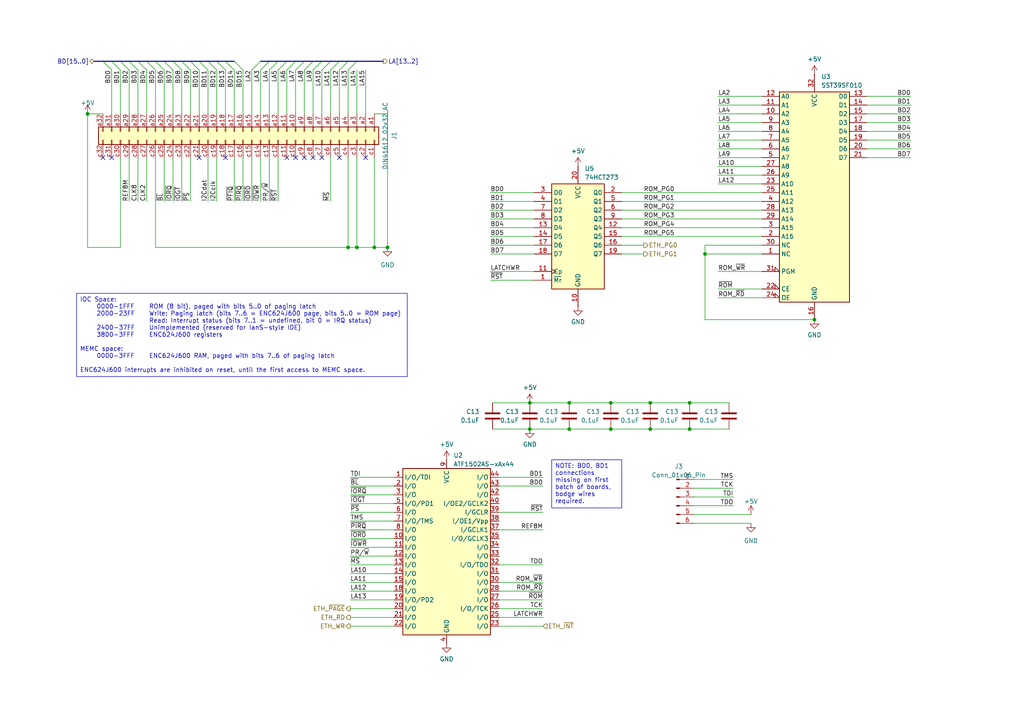
<source format=kicad_sch>
(kicad_sch (version 20250114) (generator "eeschema") (generator_version "9.0")
  (paper "A4")
  (title_block (title "EtherENC Prototype Card") (date "2025-10-23") (rev "0"))
  (lib_symbols
    (symbol "74xx:74LS273"
      (property "Reference" "U" (at -7.62 16.51 0))
      (property "Value" "74LS273" (at -7.62 -16.51 0))
      (symbol "74LS273_1_0"
        (pin input line (at -12.7 12.7 0) (length 5.08) (name "D0") (number "3"))
        (pin input line (at -12.7 10.16 0) (length 5.08) (name "D1") (number "4"))
        (pin input line (at -12.7 7.62 0) (length 5.08) (name "D2") (number "7"))
        (pin input line (at -12.7 5.08 0) (length 5.08) (name "D3") (number "8"))
        (pin input line (at -12.7 2.54 0) (length 5.08) (name "D4") (number "13"))
        (pin input line (at -12.7 0 0) (length 5.08) (name "D5") (number "14"))
        (pin input line (at -12.7 -2.54 0) (length 5.08) (name "D6") (number "17"))
        (pin input line (at -12.7 -5.08 0) (length 5.08) (name "D7") (number "18"))
        (pin input clock (at -12.7 -10.16 0) (length 5.08) (name "Cp") (number "11"))
        (pin input line (at -12.7 -12.7 0) (length 5.08) (name "~{Mr}") (number "1"))
        (pin power_in line (at 0 20.32 270) (length 5.08) (name "VCC") (number "20"))
        (pin power_in line (at 0 -20.32 90) (length 5.08) (name "GND") (number "10"))
        (pin output line (at 12.7 12.7 180) (length 5.08) (name "Q0") (number "2"))
        (pin output line (at 12.7 10.16 180) (length 5.08) (name "Q1") (number "5"))
        (pin output line (at 12.7 7.62 180) (length 5.08) (name "Q2") (number "6"))
        (pin output line (at 12.7 5.08 180) (length 5.08) (name "Q3") (number "9"))
        (pin output line (at 12.7 2.54 180) (length 5.08) (name "Q4") (number "12"))
        (pin output line (at 12.7 0 180) (length 5.08) (name "Q5") (number "15"))
        (pin output line (at 12.7 -2.54 180) (length 5.08) (name "Q6") (number "16"))
        (pin output line (at 12.7 -5.08 180) (length 5.08) (name "Q7") (number "19"))
      )
      (symbol "74LS273_1_1"
        (rectangle (start -7.62 15.24) (end 7.62 -15.24) (stroke (width 0.254)) (fill (type background)))
      )
    )
    (symbol "CPLD_Microchip:ATF1502AS-xAx44"
      (property "Reference" "U" (at -12.7 24.13 0))
      (property "Value" "ATF1502AS-xAx44" (at 12.7 24.13 0))
      (symbol "ATF1502AS-xAx44_0_1"
        (rectangle (start -12.7 22.86) (end 12.7 -25.4) (stroke (width 0.254)) (fill (type background)))
      )
      (symbol "ATF1502AS-xAx44_1_1"
        (pin bidirectional line (at -15.24 20.32 0) (length 2.54) (name "I/O/TDI") (number "1"))
        (pin bidirectional line (at -15.24 17.78 0) (length 2.54) (name "I/O") (number "2"))
        (pin bidirectional line (at -15.24 15.24 0) (length 2.54) (name "I/O") (number "3"))
        (pin bidirectional line (at -15.24 12.7 0) (length 2.54) (name "I/O/PD1") (number "5"))
        (pin bidirectional line (at -15.24 10.16 0) (length 2.54) (name "I/O") (number "6"))
        (pin bidirectional line (at -15.24 7.62 0) (length 2.54) (name "I/O/TMS") (number "7"))
        (pin bidirectional line (at -15.24 5.08 0) (length 2.54) (name "I/O") (number "8"))
        (pin bidirectional line (at -15.24 2.54 0) (length 2.54) (name "I/O") (number "10"))
        (pin bidirectional line (at -15.24 0 0) (length 2.54) (name "I/O") (number "11"))
        (pin bidirectional line (at -15.24 -2.54 0) (length 2.54) (name "I/O") (number "12"))
        (pin bidirectional line (at -15.24 -5.08 0) (length 2.54) (name "I/O") (number "13"))
        (pin bidirectional line (at -15.24 -7.62 0) (length 2.54) (name "I/O") (number "14"))
        (pin bidirectional line (at -15.24 -10.16 0) (length 2.54) (name "I/O") (number "15"))
        (pin bidirectional line (at -15.24 -12.7 0) (length 2.54) (name "I/O") (number "18"))
        (pin bidirectional line (at -15.24 -15.24 0) (length 2.54) (name "I/O/PD2") (number "19"))
        (pin bidirectional line (at -15.24 -17.78 0) (length 2.54) (name "I/O") (number "20"))
        (pin bidirectional line (at -15.24 -20.32 0) (length 2.54) (name "I/O") (number "21"))
        (pin bidirectional line (at -15.24 -22.86 0) (length 2.54) (name "I/O") (number "22"))
        (pin passive line (at 0 25.4 270) (length 2.54) (hide yes) (name "VCC") (number "17"))
        (pin passive line (at 0 25.4 270) (length 2.54) (hide yes) (name "VCC") (number "29"))
        (pin passive line (at 0 25.4 270) (length 2.54) (hide yes) (name "VCC") (number "41"))
        (pin power_in line (at 0 25.4 270) (length 2.54) (name "VCC") (number "9"))
        (pin passive line (at 0 -27.94 90) (length 2.54) (hide yes) (name "GND") (number "16"))
        (pin passive line (at 0 -27.94 90) (length 2.54) (hide yes) (name "GND") (number "24"))
        (pin passive line (at 0 -27.94 90) (length 2.54) (hide yes) (name "GND") (number "36"))
        (pin power_in line (at 0 -27.94 90) (length 2.54) (name "GND") (number "4"))
        (pin bidirectional line (at 15.24 20.32 180) (length 2.54) (name "I/O") (number "44"))
        (pin bidirectional line (at 15.24 17.78 180) (length 2.54) (name "I/O") (number "43"))
        (pin bidirectional line (at 15.24 15.24 180) (length 2.54) (name "I/O") (number "42"))
        (pin input line (at 15.24 12.7 180) (length 2.54) (name "I/OE2/GCLK2") (number "40"))
        (pin input line (at 15.24 10.16 180) (length 2.54) (name "I/GCLR") (number "39"))
        (pin input line (at 15.24 7.62 180) (length 2.54) (name "I/OE1/Vpp") (number "38"))
        (pin input line (at 15.24 5.08 180) (length 2.54) (name "I/GCLK1") (number "37"))
        (pin bidirectional line (at 15.24 2.54 180) (length 2.54) (name "I/O/GCLK3") (number "35"))
        (pin bidirectional line (at 15.24 0 180) (length 2.54) (name "I/O") (number "34"))
        (pin bidirectional line (at 15.24 -2.54 180) (length 2.54) (name "I/O") (number "33"))
        (pin bidirectional line (at 15.24 -5.08 180) (length 2.54) (name "I/O/TDO") (number "32"))
        (pin bidirectional line (at 15.24 -7.62 180) (length 2.54) (name "I/O") (number "31"))
        (pin bidirectional line (at 15.24 -10.16 180) (length 2.54) (name "I/O") (number "30"))
        (pin bidirectional line (at 15.24 -12.7 180) (length 2.54) (name "I/O") (number "28"))
        (pin bidirectional line (at 15.24 -15.24 180) (length 2.54) (name "I/O") (number "27"))
        (pin bidirectional line (at 15.24 -17.78 180) (length 2.54) (name "I/O/TCK") (number "26"))
        (pin bidirectional line (at 15.24 -20.32 180) (length 2.54) (name "I/O") (number "25"))
        (pin bidirectional line (at 15.24 -22.86 180) (length 2.54) (name "I/O") (number "23"))
      )
    )
    (symbol "Connector:Conn_01x06_Pin" (pin_names (offset 1.016) (hide yes))
      (property "Reference" "J" (at 0 7.62 0))
      (property "Value" "Conn_01x06_Pin" (at 0 -10.16 0))
      (symbol "Conn_01x06_Pin_1_1"
        (rectangle (start 0.8636 5.207) (end 0 4.953) (stroke (width 0.1524)) (fill (type outline)))
        (rectangle (start 0.8636 2.667) (end 0 2.413) (stroke (width 0.1524)) (fill (type outline)))
        (rectangle (start 0.8636 0.127) (end 0 -0.127) (stroke (width 0.1524)) (fill (type outline)))
        (rectangle (start 0.8636 -2.413) (end 0 -2.667) (stroke (width 0.1524)) (fill (type outline)))
        (rectangle (start 0.8636 -4.953) (end 0 -5.207) (stroke (width 0.1524)) (fill (type outline)))
        (rectangle (start 0.8636 -7.493) (end 0 -7.747) (stroke (width 0.1524)) (fill (type outline)))
        (polyline (pts (xy 1.27 5.08) (xy 0.8636 5.08)) (stroke (width 0.1524)))
        (polyline (pts (xy 1.27 2.54) (xy 0.8636 2.54)) (stroke (width 0.1524)))
        (polyline (pts (xy 1.27 0) (xy 0.8636 0)) (stroke (width 0.1524)))
        (polyline (pts (xy 1.27 -2.54) (xy 0.8636 -2.54)) (stroke (width 0.1524)))
        (polyline (pts (xy 1.27 -5.08) (xy 0.8636 -5.08)) (stroke (width 0.1524)))
        (polyline (pts (xy 1.27 -7.62) (xy 0.8636 -7.62)) (stroke (width 0.1524)))
        (pin passive line (at 5.08 5.08 180) (length 3.81) (name "Pin_1") (number "1"))
        (pin passive line (at 5.08 2.54 180) (length 3.81) (name "Pin_2") (number "2"))
        (pin passive line (at 5.08 0 180) (length 3.81) (name "Pin_3") (number "3"))
        (pin passive line (at 5.08 -2.54 180) (length 3.81) (name "Pin_4") (number "4"))
        (pin passive line (at 5.08 -5.08 180) (length 3.81) (name "Pin_5") (number "5"))
        (pin passive line (at 5.08 -7.62 180) (length 3.81) (name "Pin_6") (number "6"))
      )
    )
    (symbol "Connector:DIN41612_02x32_AC" (pin_names (offset 1.016) (hide yes))
      (property "Reference" "J" (at 1.27 40.64 0))
      (property "Value" "DIN41612_02x32_AC" (at 1.27 -43.18 0))
      (symbol "DIN41612_02x32_AC_1_1"
        (rectangle (start -1.27 39.37) (end 3.81 -41.91) (stroke (width 0.254)) (fill (type background)))
        (rectangle (start -1.27 38.227) (end 0 37.973) (stroke (width 0.1524)))
        (rectangle (start -1.27 35.687) (end 0 35.433) (stroke (width 0.1524)))
        (rectangle (start -1.27 33.147) (end 0 32.893) (stroke (width 0.1524)))
        (rectangle (start -1.27 30.607) (end 0 30.353) (stroke (width 0.1524)))
        (rectangle (start -1.27 28.067) (end 0 27.813) (stroke (width 0.1524)))
        (rectangle (start -1.27 25.527) (end 0 25.273) (stroke (width 0.1524)))
        (rectangle (start -1.27 22.987) (end 0 22.733) (stroke (width 0.1524)))
        (rectangle (start -1.27 20.447) (end 0 20.193) (stroke (width 0.1524)))
        (rectangle (start -1.27 17.907) (end 0 17.653) (stroke (width 0.1524)))
        (rectangle (start -1.27 15.367) (end 0 15.113) (stroke (width 0.1524)))
        (rectangle (start -1.27 12.827) (end 0 12.573) (stroke (width 0.1524)))
        (rectangle (start -1.27 10.287) (end 0 10.033) (stroke (width 0.1524)))
        (rectangle (start -1.27 7.747) (end 0 7.493) (stroke (width 0.1524)))
        (rectangle (start -1.27 5.207) (end 0 4.953) (stroke (width 0.1524)))
        (rectangle (start -1.27 2.667) (end 0 2.413) (stroke (width 0.1524)))
        (rectangle (start -1.27 0.127) (end 0 -0.127) (stroke (width 0.1524)))
        (rectangle (start -1.27 -2.413) (end 0 -2.667) (stroke (width 0.1524)))
        (rectangle (start -1.27 -4.953) (end 0 -5.207) (stroke (width 0.1524)))
        (rectangle (start -1.27 -7.493) (end 0 -7.747) (stroke (width 0.1524)))
        (rectangle (start -1.27 -10.033) (end 0 -10.287) (stroke (width 0.1524)))
        (rectangle (start -1.27 -12.573) (end 0 -12.827) (stroke (width 0.1524)))
        (rectangle (start -1.27 -15.113) (end 0 -15.367) (stroke (width 0.1524)))
        (rectangle (start -1.27 -17.653) (end 0 -17.907) (stroke (width 0.1524)))
        (rectangle (start -1.27 -20.193) (end 0 -20.447) (stroke (width 0.1524)))
        (rectangle (start -1.27 -22.733) (end 0 -22.987) (stroke (width 0.1524)))
        (rectangle (start -1.27 -25.273) (end 0 -25.527) (stroke (width 0.1524)))
        (rectangle (start -1.27 -27.813) (end 0 -28.067) (stroke (width 0.1524)))
        (rectangle (start -1.27 -30.353) (end 0 -30.607) (stroke (width 0.1524)))
        (rectangle (start -1.27 -32.893) (end 0 -33.147) (stroke (width 0.1524)))
        (rectangle (start -1.27 -35.433) (end 0 -35.687) (stroke (width 0.1524)))
        (rectangle (start -1.27 -37.973) (end 0 -38.227) (stroke (width 0.1524)))
        (rectangle (start -1.27 -40.513) (end 0 -40.767) (stroke (width 0.1524)))
        (rectangle (start 3.81 38.227) (end 2.54 37.973) (stroke (width 0.1524)))
        (rectangle (start 3.81 35.687) (end 2.54 35.433) (stroke (width 0.1524)))
        (rectangle (start 3.81 33.147) (end 2.54 32.893) (stroke (width 0.1524)))
        (rectangle (start 3.81 30.607) (end 2.54 30.353) (stroke (width 0.1524)))
        (rectangle (start 3.81 28.067) (end 2.54 27.813) (stroke (width 0.1524)))
        (rectangle (start 3.81 25.527) (end 2.54 25.273) (stroke (width 0.1524)))
        (rectangle (start 3.81 22.987) (end 2.54 22.733) (stroke (width 0.1524)))
        (rectangle (start 3.81 20.447) (end 2.54 20.193) (stroke (width 0.1524)))
        (rectangle (start 3.81 17.907) (end 2.54 17.653) (stroke (width 0.1524)))
        (rectangle (start 3.81 15.367) (end 2.54 15.113) (stroke (width 0.1524)))
        (rectangle (start 3.81 12.827) (end 2.54 12.573) (stroke (width 0.1524)))
        (rectangle (start 3.81 10.287) (end 2.54 10.033) (stroke (width 0.1524)))
        (rectangle (start 3.81 7.747) (end 2.54 7.493) (stroke (width 0.1524)))
        (rectangle (start 3.81 5.207) (end 2.54 4.953) (stroke (width 0.1524)))
        (rectangle (start 3.81 2.667) (end 2.54 2.413) (stroke (width 0.1524)))
        (rectangle (start 3.81 0.127) (end 2.54 -0.127) (stroke (width 0.1524)))
        (rectangle (start 3.81 -2.413) (end 2.54 -2.667) (stroke (width 0.1524)))
        (rectangle (start 3.81 -4.953) (end 2.54 -5.207) (stroke (width 0.1524)))
        (rectangle (start 3.81 -7.493) (end 2.54 -7.747) (stroke (width 0.1524)))
        (rectangle (start 3.81 -10.033) (end 2.54 -10.287) (stroke (width 0.1524)))
        (rectangle (start 3.81 -12.573) (end 2.54 -12.827) (stroke (width 0.1524)))
        (rectangle (start 3.81 -15.113) (end 2.54 -15.367) (stroke (width 0.1524)))
        (rectangle (start 3.81 -17.653) (end 2.54 -17.907) (stroke (width 0.1524)))
        (rectangle (start 3.81 -20.193) (end 2.54 -20.447) (stroke (width 0.1524)))
        (rectangle (start 3.81 -22.733) (end 2.54 -22.987) (stroke (width 0.1524)))
        (rectangle (start 3.81 -25.273) (end 2.54 -25.527) (stroke (width 0.1524)))
        (rectangle (start 3.81 -27.813) (end 2.54 -28.067) (stroke (width 0.1524)))
        (rectangle (start 3.81 -30.353) (end 2.54 -30.607) (stroke (width 0.1524)))
        (rectangle (start 3.81 -32.893) (end 2.54 -33.147) (stroke (width 0.1524)))
        (rectangle (start 3.81 -35.433) (end 2.54 -35.687) (stroke (width 0.1524)))
        (rectangle (start 3.81 -37.973) (end 2.54 -38.227) (stroke (width 0.1524)))
        (rectangle (start 3.81 -40.513) (end 2.54 -40.767) (stroke (width 0.1524)))
        (pin passive line (at -5.08 38.1 0) (length 3.81) (name "Pin_a1") (number "a1"))
        (pin passive line (at -5.08 35.56 0) (length 3.81) (name "Pin_a2") (number "a2"))
        (pin passive line (at -5.08 33.02 0) (length 3.81) (name "Pin_a3") (number "a3"))
        (pin passive line (at -5.08 30.48 0) (length 3.81) (name "Pin_a4") (number "a4"))
        (pin passive line (at -5.08 27.94 0) (length 3.81) (name "Pin_a5") (number "a5"))
        (pin passive line (at -5.08 25.4 0) (length 3.81) (name "Pin_a6") (number "a6"))
        (pin passive line (at -5.08 22.86 0) (length 3.81) (name "Pin_a7") (number "a7"))
        (pin passive line (at -5.08 20.32 0) (length 3.81) (name "Pin_a8") (number "a8"))
        (pin passive line (at -5.08 17.78 0) (length 3.81) (name "Pin_a9") (number "a9"))
        (pin passive line (at -5.08 15.24 0) (length 3.81) (name "Pin_a10") (number "a10"))
        (pin passive line (at -5.08 12.7 0) (length 3.81) (name "Pin_a11") (number "a11"))
        (pin passive line (at -5.08 10.16 0) (length 3.81) (name "Pin_a12") (number "a12"))
        (pin passive line (at -5.08 7.62 0) (length 3.81) (name "Pin_a13") (number "a13"))
        (pin passive line (at -5.08 5.08 0) (length 3.81) (name "Pin_a14") (number "a14"))
        (pin passive line (at -5.08 2.54 0) (length 3.81) (name "Pin_a15") (number "a15"))
        (pin passive line (at -5.08 0 0) (length 3.81) (name "Pin_a16") (number "a16"))
        (pin passive line (at -5.08 -2.54 0) (length 3.81) (name "Pin_a17") (number "a17"))
        (pin passive line (at -5.08 -5.08 0) (length 3.81) (name "Pin_a18") (number "a18"))
        (pin passive line (at -5.08 -7.62 0) (length 3.81) (name "Pin_a19") (number "a19"))
        (pin passive line (at -5.08 -10.16 0) (length 3.81) (name "Pin_a20") (number "a20"))
        (pin passive line (at -5.08 -12.7 0) (length 3.81) (name "Pin_a21") (number "a21"))
        (pin passive line (at -5.08 -15.24 0) (length 3.81) (name "Pin_a22") (number "a22"))
        (pin passive line (at -5.08 -17.78 0) (length 3.81) (name "Pin_a23") (number "a23"))
        (pin passive line (at -5.08 -20.32 0) (length 3.81) (name "Pin_a24") (number "a24"))
        (pin passive line (at -5.08 -22.86 0) (length 3.81) (name "Pin_a25") (number "a25"))
        (pin passive line (at -5.08 -25.4 0) (length 3.81) (name "Pin_a26") (number "a26"))
        (pin passive line (at -5.08 -27.94 0) (length 3.81) (name "Pin_a27") (number "a27"))
        (pin passive line (at -5.08 -30.48 0) (length 3.81) (name "Pin_a28") (number "a28"))
        (pin passive line (at -5.08 -33.02 0) (length 3.81) (name "Pin_a29") (number "a29"))
        (pin passive line (at -5.08 -35.56 0) (length 3.81) (name "Pin_a30") (number "a30"))
        (pin passive line (at -5.08 -38.1 0) (length 3.81) (name "Pin_a31") (number "a31"))
        (pin passive line (at -5.08 -40.64 0) (length 3.81) (name "Pin_a32") (number "a32"))
        (pin passive line (at 7.62 38.1 180) (length 3.81) (name "Pin_c1") (number "c1"))
        (pin passive line (at 7.62 35.56 180) (length 3.81) (name "Pin_c2") (number "c2"))
        (pin passive line (at 7.62 33.02 180) (length 3.81) (name "Pin_c3") (number "c3"))
        (pin passive line (at 7.62 30.48 180) (length 3.81) (name "Pin_c4") (number "c4"))
        (pin passive line (at 7.62 27.94 180) (length 3.81) (name "Pin_c5") (number "c5"))
        (pin passive line (at 7.62 25.4 180) (length 3.81) (name "Pin_c6") (number "c6"))
        (pin passive line (at 7.62 22.86 180) (length 3.81) (name "Pin_c7") (number "c7"))
        (pin passive line (at 7.62 20.32 180) (length 3.81) (name "Pin_c8") (number "c8"))
        (pin passive line (at 7.62 17.78 180) (length 3.81) (name "Pin_c9") (number "c9"))
        (pin passive line (at 7.62 15.24 180) (length 3.81) (name "Pin_c10") (number "c10"))
        (pin passive line (at 7.62 12.7 180) (length 3.81) (name "Pin_c11") (number "c11"))
        (pin passive line (at 7.62 10.16 180) (length 3.81) (name "Pin_c12") (number "c12"))
        (pin passive line (at 7.62 7.62 180) (length 3.81) (name "Pin_c13") (number "c13"))
        (pin passive line (at 7.62 5.08 180) (length 3.81) (name "Pin_c14") (number "c14"))
        (pin passive line (at 7.62 2.54 180) (length 3.81) (name "Pin_c15") (number "c15"))
        (pin passive line (at 7.62 0 180) (length 3.81) (name "Pin_c16") (number "c16"))
        (pin passive line (at 7.62 -2.54 180) (length 3.81) (name "Pin_c17") (number "c17"))
        (pin passive line (at 7.62 -5.08 180) (length 3.81) (name "Pin_c18") (number "c18"))
        (pin passive line (at 7.62 -7.62 180) (length 3.81) (name "Pin_c19") (number "c19"))
        (pin passive line (at 7.62 -10.16 180) (length 3.81) (name "Pin_c20") (number "c20"))
        (pin passive line (at 7.62 -12.7 180) (length 3.81) (name "Pin_c21") (number "c21"))
        (pin passive line (at 7.62 -15.24 180) (length 3.81) (name "Pin_c22") (number "c22"))
        (pin passive line (at 7.62 -17.78 180) (length 3.81) (name "Pin_c23") (number "c23"))
        (pin passive line (at 7.62 -20.32 180) (length 3.81) (name "Pin_c24") (number "c24"))
        (pin passive line (at 7.62 -22.86 180) (length 3.81) (name "Pin_c25") (number "c25"))
        (pin passive line (at 7.62 -25.4 180) (length 3.81) (name "Pin_c26") (number "c26"))
        (pin passive line (at 7.62 -27.94 180) (length 3.81) (name "Pin_c27") (number "c27"))
        (pin passive line (at 7.62 -30.48 180) (length 3.81) (name "Pin_c28") (number "c28"))
        (pin passive line (at 7.62 -33.02 180) (length 3.81) (name "Pin_c29") (number "c29"))
        (pin passive line (at 7.62 -35.56 180) (length 3.81) (name "Pin_c30") (number "c30"))
        (pin passive line (at 7.62 -38.1 180) (length 3.81) (name "Pin_c31") (number "c31"))
        (pin passive line (at 7.62 -40.64 180) (length 3.81) (name "Pin_c32") (number "c32"))
      )
    )
    (symbol "Device:C" (pin_numbers (hide yes)) (pin_names (offset 0.254))
      (property "Reference" "C" (at 0.635 2.54 0))
      (property "Value" "C" (at 0.635 -2.54 0))
      (symbol "C_0_1"
        (polyline (pts (xy -2.032 0.762) (xy 2.032 0.762)) (stroke (width 0.508)))
        (polyline (pts (xy -2.032 -0.762) (xy 2.032 -0.762)) (stroke (width 0.508)))
      )
      (symbol "C_1_1"
        (pin passive line (at 0 3.81 270) (length 2.794) (name "~") (number "1"))
        (pin passive line (at 0 -3.81 90) (length 2.794) (name "~") (number "2"))
      )
    )
    (symbol "Memory_Flash:SST39SF010"
      (property "Reference" "U" (at 2.54 33.02 0))
      (property "Value" "SST39SF010" (at 0 -30.48 0))
      (symbol "SST39SF010_0_0"
        (pin power_in line (at 0 36.83 270) (length 5.08) (name "VCC") (number "32"))
        (pin power_in line (at 0 -34.29 90) (length 5.08) (name "GND") (number "16"))
      )
      (symbol "SST39SF010_0_1"
        (rectangle (start -10.16 31.75) (end 10.16 -29.21) (stroke (width 0.254)) (fill (type background)))
      )
      (symbol "SST39SF010_1_1"
        (pin input line (at -15.24 30.48 0) (length 5.08) (name "A0") (number "12"))
        (pin input line (at -15.24 27.94 0) (length 5.08) (name "A1") (number "11"))
        (pin input line (at -15.24 25.4 0) (length 5.08) (name "A2") (number "10"))
        (pin input line (at -15.24 22.86 0) (length 5.08) (name "A3") (number "9"))
        (pin input line (at -15.24 20.32 0) (length 5.08) (name "A4") (number "8"))
        (pin input line (at -15.24 17.78 0) (length 5.08) (name "A5") (number "7"))
        (pin input line (at -15.24 15.24 0) (length 5.08) (name "A6") (number "6"))
        (pin input line (at -15.24 12.7 0) (length 5.08) (name "A7") (number "5"))
        (pin input line (at -15.24 10.16 0) (length 5.08) (name "A8") (number "27"))
        (pin input line (at -15.24 7.62 0) (length 5.08) (name "A9") (number "26"))
        (pin input line (at -15.24 5.08 0) (length 5.08) (name "A10") (number "23"))
        (pin input line (at -15.24 2.54 0) (length 5.08) (name "A11") (number "25"))
        (pin input line (at -15.24 0 0) (length 5.08) (name "A12") (number "4"))
        (pin input line (at -15.24 -2.54 0) (length 5.08) (name "A13") (number "28"))
        (pin input line (at -15.24 -5.08 0) (length 5.08) (name "A14") (number "29"))
        (pin input line (at -15.24 -7.62 0) (length 5.08) (name "A15") (number "3"))
        (pin input line (at -15.24 -10.16 0) (length 5.08) (name "A16") (number "2"))
        (pin input line (at -15.24 -12.7 0) (length 5.08) (name "NC") (number "30"))
        (pin input line (at -15.24 -15.24 0) (length 5.08) (name "NC") (number "1"))
        (pin input input_low (at -15.24 -20.32 0) (length 5.08) (name "PGM") (number "31"))
        (pin input input_low (at -15.24 -25.4 0) (length 5.08) (name "CE") (number "22"))
        (pin input input_low (at -15.24 -27.94 0) (length 5.08) (name "OE") (number "24"))
        (pin tri_state line (at 15.24 30.48 180) (length 5.08) (name "D0") (number "13"))
        (pin tri_state line (at 15.24 27.94 180) (length 5.08) (name "D1") (number "14"))
        (pin tri_state line (at 15.24 25.4 180) (length 5.08) (name "D2") (number "15"))
        (pin tri_state line (at 15.24 22.86 180) (length 5.08) (name "D3") (number "17"))
        (pin tri_state line (at 15.24 20.32 180) (length 5.08) (name "D4") (number "18"))
        (pin tri_state line (at 15.24 17.78 180) (length 5.08) (name "D5") (number "19"))
        (pin tri_state line (at 15.24 15.24 180) (length 5.08) (name "D6") (number "20"))
        (pin tri_state line (at 15.24 12.7 180) (length 5.08) (name "D7") (number "21"))
      )
    )
    (symbol "power:+5V" (power) (pin_numbers (hide yes)) (pin_names (offset 0) (hide yes))
      (property "Value" "+5V" (at 0 3.556 0))
      (symbol "+5V_0_1"
        (polyline (pts (xy -0.762 1.27) (xy 0 2.54)))
        (polyline (pts (xy 0 2.54) (xy 0.762 1.27)))
        (polyline (pts (xy 0 0) (xy 0 2.54)))
      )
      (symbol "+5V_1_1"
        (pin power_in line (at 0 0 90) (length 0) (name "~") (number "1"))
      )
    )
    (symbol "power:GND" (power) (pin_numbers (hide yes)) (pin_names (offset 0) (hide yes))
      (property "Value" "GND" (at 0 -3.81 0))
      (symbol "GND_0_1"
        (polyline (pts (xy 0 0) (xy 0 -1.27) (xy 1.27 -1.27) (xy 0 -2.54) (xy -1.27 -1.27) (xy 0 -1.27)))
      )
      (symbol "GND_1_1"
        (pin power_in line (at 0 0 270) (length 0) (name "~") (number "1"))
      )
    )
  )
  (text_box "NOTE: BD0, BD1 connections missing on first batch of boards, bodge wires required." (at 160.02 133.35 0) (size 20.32 13.97) (margins 0.9525 0.9525 0.9525 0.9525) (effects (font (size 1.27 1.27)) (justify left top)))
  (text_box "IOC Space:\n	0000-1FFF	ROM (8 bit), paged with bits 5..0 of paging latch\n	2000-23FF	Write: Paging latch (bits 7..6 = ENC624J600 page, bits 5..0 = ROM page)\n				Read: Interrupt status (bits 7..1 = undefined, bit 0 = IRQ status)\n	2400-37FF	Unimplemented (reserved for IanS-style IDE)\n	3800-3FFF	ENC624J600 registers\n\nMEMC space:\n	0000-3FFF	ENC624J600 RAM, paged with bits 7..6 of paging latch\n\nENC624J600 interrupts are inhibited on reset, until the first access to MEMC space." (at 22.225 85.09 0) (size 95.885 24.13) (margins 0.9525 0.9525 0.9525 0.9525) (effects (font (size 1.27 1.27)) (justify left top)))
  (junction (at 200.025 124.46))
  (junction (at 165.1 124.46))
  (junction (at 165.1 116.84))
  (junction (at 103.505 71.755))
  (junction (at 188.595 116.84))
  (junction (at 177.165 116.84))
  (junction (at 112.395 71.755))
  (junction (at 25.4 33.02))
  (junction (at 236.22 92.71))
  (junction (at 177.165 124.46))
  (junction (at 108.585 71.755))
  (junction (at 204.47 73.66))
  (junction (at 153.67 124.46))
  (junction (at 200.025 116.84))
  (junction (at 153.67 116.84))
  (junction (at 188.595 124.46))
  (junction (at 100.965 71.755))
  (no_connect (at 83.185 45.72))
  (no_connect (at 32.385 45.72))
  (no_connect (at 93.345 45.72))
  (no_connect (at 65.405 45.72))
  (no_connect (at 98.425 45.72))
  (no_connect (at 29.845 45.72))
  (no_connect (at 88.265 45.72))
  (no_connect (at 90.805 45.72))
  (no_connect (at 57.785 45.72))
  (no_connect (at 106.045 45.72))
  (no_connect (at 85.725 45.72))
  (bus_entry (at 55.245 17.78) (size 2.54 2.54))
  (bus_entry (at 67.945 17.78) (size 2.54 2.54))
  (bus_entry (at 52.705 17.78) (size 2.54 2.54))
  (bus_entry (at 50.165 17.78) (size 2.54 2.54))
  (bus_entry (at 29.845 17.78) (size 2.54 2.54))
  (bus_entry (at 42.545 17.78) (size 2.54 2.54))
  (bus_entry (at 80.645 17.78) (size -2.54 2.54))
  (bus_entry (at 100.965 17.78) (size -2.54 2.54))
  (bus_entry (at 65.405 17.78) (size 2.54 2.54))
  (bus_entry (at 78.105 17.78) (size -2.54 2.54))
  (bus_entry (at 34.925 17.78) (size 2.54 2.54))
  (bus_entry (at 103.505 17.78) (size -2.54 2.54))
  (bus_entry (at 60.325 17.78) (size 2.54 2.54))
  (bus_entry (at 62.865 17.78) (size 2.54 2.54))
  (bus_entry (at 37.465 17.78) (size 2.54 2.54))
  (bus_entry (at 32.385 17.78) (size 2.54 2.54))
  (bus_entry (at 85.725 17.78) (size -2.54 2.54))
  (bus_entry (at 88.265 17.78) (size -2.54 2.54))
  (bus_entry (at 57.785 17.78) (size 2.54 2.54))
  (bus_entry (at 75.565 17.78) (size -2.54 2.54))
  (bus_entry (at 47.625 17.78) (size 2.54 2.54))
  (bus_entry (at 93.345 17.78) (size -2.54 2.54))
  (bus_entry (at 45.085 17.78) (size 2.54 2.54))
  (bus_entry (at 98.425 17.78) (size -2.54 2.54))
  (bus_entry (at 95.885 17.78) (size -2.54 2.54))
  (bus_entry (at 90.805 17.78) (size -2.54 2.54))
  (bus_entry (at 40.005 17.78) (size 2.54 2.54))
  (bus_entry (at 83.185 17.78) (size -2.54 2.54))
  (wire (pts (xy 204.47 92.71) (xy 204.47 73.66)))
  (wire (pts (xy 142.24 58.42) (xy 154.94 58.42)))
  (wire (pts (xy 101.6 166.37) (xy 114.3 166.37)))
  (wire (pts (xy 212.725 139.065) (xy 201.295 139.065)))
  (wire (pts (xy 103.505 71.755) (xy 100.965 71.755)))
  (wire (pts (xy 220.98 86.36) (xy 208.28 86.36)))
  (bus (pts (xy 88.265 17.78) (xy 85.725 17.78)))
  (wire (pts (xy 144.78 138.43) (xy 157.48 138.43)))
  (wire (pts (xy 52.705 45.72) (xy 52.705 58.42)))
  (wire (pts (xy 50.165 45.72) (xy 50.165 58.42)))
  (wire (pts (xy 142.24 66.04) (xy 154.94 66.04)))
  (bus (pts (xy 57.785 17.78) (xy 60.325 17.78)))
  (wire (pts (xy 114.3 148.59) (xy 101.6 148.59)))
  (wire (pts (xy 103.505 45.72) (xy 103.505 71.755)))
  (wire (pts (xy 42.545 20.32) (xy 42.545 33.02)))
  (wire (pts (xy 101.6 171.45) (xy 114.3 171.45)))
  (wire (pts (xy 217.805 149.225) (xy 201.295 149.225)))
  (bus (pts (xy 65.405 17.78) (xy 67.945 17.78)))
  (wire (pts (xy 157.48 163.83) (xy 144.78 163.83)))
  (wire (pts (xy 177.165 124.46) (xy 188.595 124.46)))
  (wire (pts (xy 144.78 173.99) (xy 157.48 173.99)))
  (bus (pts (xy 90.805 17.78) (xy 88.265 17.78)))
  (wire (pts (xy 70.485 20.32) (xy 70.485 33.02)))
  (wire (pts (xy 100.965 45.72) (xy 100.965 71.755)))
  (wire (pts (xy 80.645 20.32) (xy 80.645 33.02)))
  (wire (pts (xy 165.1 124.46) (xy 177.165 124.46)))
  (wire (pts (xy 78.105 45.72) (xy 78.105 58.42)))
  (wire (pts (xy 114.3 151.13) (xy 101.6 151.13)))
  (wire (pts (xy 180.34 66.04) (xy 220.98 66.04)))
  (wire (pts (xy 42.545 45.72) (xy 42.545 58.42)))
  (wire (pts (xy 142.24 68.58) (xy 154.94 68.58)))
  (wire (pts (xy 85.725 20.32) (xy 85.725 33.02)))
  (wire (pts (xy 101.6 146.05) (xy 114.3 146.05)))
  (wire (pts (xy 208.28 45.72) (xy 220.98 45.72)))
  (wire (pts (xy 180.34 58.42) (xy 220.98 58.42)))
  (wire (pts (xy 208.28 53.34) (xy 220.98 53.34)))
  (wire (pts (xy 101.6 176.53) (xy 114.3 176.53)))
  (wire (pts (xy 208.28 33.02) (xy 220.98 33.02)))
  (wire (pts (xy 142.875 116.84) (xy 153.67 116.84)))
  (wire (pts (xy 101.6 168.91) (xy 114.3 168.91)))
  (bus (pts (xy 47.625 17.78) (xy 50.165 17.78)))
  (wire (pts (xy 188.595 116.84) (xy 200.025 116.84)))
  (wire (pts (xy 108.585 71.755) (xy 103.505 71.755)))
  (wire (pts (xy 208.28 48.26) (xy 220.98 48.26)))
  (wire (pts (xy 142.24 63.5) (xy 154.94 63.5)))
  (wire (pts (xy 180.34 60.96) (xy 220.98 60.96)))
  (wire (pts (xy 208.28 38.1) (xy 220.98 38.1)))
  (wire (pts (xy 55.245 20.32) (xy 55.245 33.02)))
  (wire (pts (xy 40.005 45.72) (xy 40.005 58.42)))
  (wire (pts (xy 57.785 20.32) (xy 57.785 33.02)))
  (wire (pts (xy 25.4 71.755) (xy 34.925 71.755)))
  (wire (pts (xy 264.16 35.56) (xy 251.46 35.56)))
  (bus (pts (xy 42.545 17.78) (xy 45.085 17.78)))
  (wire (pts (xy 142.24 55.88) (xy 154.94 55.88)))
  (wire (pts (xy 37.465 45.72) (xy 37.465 58.42)))
  (wire (pts (xy 200.025 116.84) (xy 211.455 116.84)))
  (bus (pts (xy 34.925 17.78) (xy 37.465 17.78)))
  (wire (pts (xy 212.725 144.145) (xy 201.295 144.145)))
  (bus (pts (xy 27.305 17.78) (xy 29.845 17.78)))
  (bus (pts (xy 60.325 17.78) (xy 62.865 17.78)))
  (wire (pts (xy 67.945 45.72) (xy 67.945 58.42)))
  (wire (pts (xy 264.16 38.1) (xy 251.46 38.1)))
  (wire (pts (xy 114.3 143.51) (xy 101.6 143.51)))
  (wire (pts (xy 157.48 176.53) (xy 144.78 176.53)))
  (wire (pts (xy 180.34 71.12) (xy 186.69 71.12)))
  (wire (pts (xy 208.28 27.94) (xy 220.98 27.94)))
  (wire (pts (xy 114.3 173.99) (xy 101.6 173.99)))
  (bus (pts (xy 45.085 17.78) (xy 47.625 17.78)))
  (wire (pts (xy 73.025 45.72) (xy 73.025 58.42)))
  (wire (pts (xy 80.645 45.72) (xy 80.645 58.42)))
  (wire (pts (xy 95.885 20.32) (xy 95.885 33.02)))
  (bus (pts (xy 93.345 17.78) (xy 90.805 17.78)))
  (wire (pts (xy 264.16 27.94) (xy 251.46 27.94)))
  (wire (pts (xy 47.625 45.72) (xy 47.625 58.42)))
  (wire (pts (xy 106.045 20.32) (xy 106.045 33.02)))
  (wire (pts (xy 204.47 71.12) (xy 220.98 71.12)))
  (wire (pts (xy 208.28 40.64) (xy 220.98 40.64)))
  (bus (pts (xy 85.725 17.78) (xy 83.185 17.78)))
  (wire (pts (xy 100.965 20.32) (xy 100.965 33.02)))
  (wire (pts (xy 29.845 33.02) (xy 25.4 33.02)))
  (wire (pts (xy 108.585 45.72) (xy 108.585 71.755)))
  (wire (pts (xy 65.405 20.32) (xy 65.405 33.02)))
  (wire (pts (xy 204.47 71.12) (xy 204.47 73.66)))
  (wire (pts (xy 101.6 181.61) (xy 114.3 181.61)))
  (bus (pts (xy 98.425 17.78) (xy 95.885 17.78)))
  (wire (pts (xy 108.585 33.02) (xy 112.395 33.02)))
  (bus (pts (xy 100.965 17.78) (xy 98.425 17.78)))
  (wire (pts (xy 201.295 141.605) (xy 212.725 141.605)))
  (wire (pts (xy 220.98 78.74) (xy 208.28 78.74)))
  (wire (pts (xy 88.265 20.32) (xy 88.265 33.02)))
  (wire (pts (xy 142.875 124.46) (xy 153.67 124.46)))
  (wire (pts (xy 264.16 30.48) (xy 251.46 30.48)))
  (wire (pts (xy 165.1 116.84) (xy 177.165 116.84)))
  (wire (pts (xy 114.3 138.43) (xy 101.6 138.43)))
  (wire (pts (xy 62.865 20.32) (xy 62.865 33.02)))
  (wire (pts (xy 114.3 153.67) (xy 101.6 153.67)))
  (wire (pts (xy 154.94 81.28) (xy 142.24 81.28)))
  (wire (pts (xy 101.6 179.07) (xy 114.3 179.07)))
  (bus (pts (xy 40.005 17.78) (xy 42.545 17.78)))
  (wire (pts (xy 208.28 30.48) (xy 220.98 30.48)))
  (bus (pts (xy 103.505 17.78) (xy 100.965 17.78)))
  (wire (pts (xy 144.78 171.45) (xy 157.48 171.45)))
  (wire (pts (xy 34.925 20.32) (xy 34.925 33.02)))
  (bus (pts (xy 80.645 17.78) (xy 78.105 17.78)))
  (wire (pts (xy 40.005 20.32) (xy 40.005 33.02)))
  (wire (pts (xy 144.78 168.91) (xy 157.48 168.91)))
  (wire (pts (xy 95.885 45.72) (xy 95.885 58.42)))
  (wire (pts (xy 73.025 20.32) (xy 73.025 33.02)))
  (bus (pts (xy 95.885 17.78) (xy 93.345 17.78)))
  (bus (pts (xy 83.185 17.78) (xy 80.645 17.78)))
  (wire (pts (xy 144.78 153.67) (xy 157.48 153.67)))
  (wire (pts (xy 37.465 20.32) (xy 37.465 33.02)))
  (wire (pts (xy 112.395 33.02) (xy 112.395 71.755)))
  (wire (pts (xy 142.24 71.12) (xy 154.94 71.12)))
  (wire (pts (xy 153.67 116.84) (xy 165.1 116.84)))
  (wire (pts (xy 45.085 20.32) (xy 45.085 33.02)))
  (wire (pts (xy 75.565 20.32) (xy 75.565 33.02)))
  (wire (pts (xy 32.385 20.32) (xy 32.385 33.02)))
  (wire (pts (xy 114.3 161.29) (xy 101.6 161.29)))
  (bus (pts (xy 52.705 17.78) (xy 55.245 17.78)))
  (wire (pts (xy 114.3 156.21) (xy 101.6 156.21)))
  (wire (pts (xy 34.925 45.72) (xy 34.925 71.755)))
  (wire (pts (xy 204.47 73.66) (xy 220.98 73.66)))
  (wire (pts (xy 78.105 20.32) (xy 78.105 33.02)))
  (bus (pts (xy 55.245 17.78) (xy 57.785 17.78)))
  (bus (pts (xy 37.465 17.78) (xy 40.005 17.78)))
  (bus (pts (xy 62.865 17.78) (xy 65.405 17.78)))
  (wire (pts (xy 188.595 124.46) (xy 200.025 124.46)))
  (wire (pts (xy 200.025 124.46) (xy 211.455 124.46)))
  (wire (pts (xy 93.345 20.32) (xy 93.345 33.02)))
  (wire (pts (xy 45.085 45.72) (xy 45.085 71.755)))
  (wire (pts (xy 208.28 43.18) (xy 220.98 43.18)))
  (wire (pts (xy 83.185 20.32) (xy 83.185 33.02)))
  (wire (pts (xy 144.78 148.59) (xy 157.48 148.59)))
  (wire (pts (xy 201.295 146.685) (xy 212.725 146.685)))
  (wire (pts (xy 52.705 20.32) (xy 52.705 33.02)))
  (wire (pts (xy 264.16 33.02) (xy 251.46 33.02)))
  (wire (pts (xy 142.24 60.96) (xy 154.94 60.96)))
  (wire (pts (xy 114.3 140.97) (xy 101.6 140.97)))
  (bus (pts (xy 78.105 17.78) (xy 75.565 17.78)))
  (wire (pts (xy 180.34 68.58) (xy 220.98 68.58)))
  (wire (pts (xy 144.78 179.07) (xy 157.48 179.07)))
  (wire (pts (xy 47.625 20.32) (xy 47.625 33.02)))
  (bus (pts (xy 29.845 17.78) (xy 32.385 17.78)))
  (bus (pts (xy 50.165 17.78) (xy 52.705 17.78)))
  (wire (pts (xy 144.78 140.97) (xy 157.48 140.97)))
  (wire (pts (xy 157.48 181.61) (xy 144.78 181.61)))
  (wire (pts (xy 60.325 20.32) (xy 60.325 33.02)))
  (wire (pts (xy 180.34 55.88) (xy 220.98 55.88)))
  (wire (pts (xy 236.22 92.71) (xy 204.47 92.71)))
  (wire (pts (xy 220.98 83.82) (xy 208.28 83.82)))
  (wire (pts (xy 50.165 20.32) (xy 50.165 33.02)))
  (wire (pts (xy 103.505 20.32) (xy 103.505 33.02)))
  (wire (pts (xy 55.245 45.72) (xy 55.245 58.42)))
  (wire (pts (xy 98.425 20.32) (xy 98.425 33.02)))
  (wire (pts (xy 70.485 45.72) (xy 70.485 58.42)))
  (wire (pts (xy 154.94 78.74) (xy 142.24 78.74)))
  (bus (pts (xy 103.505 17.78) (xy 111.125 17.78)))
  (wire (pts (xy 90.805 20.32) (xy 90.805 33.02)))
  (wire (pts (xy 75.565 45.72) (xy 75.565 58.42)))
  (wire (pts (xy 217.805 151.765) (xy 201.295 151.765)))
  (wire (pts (xy 45.085 71.755) (xy 100.965 71.755)))
  (wire (pts (xy 264.16 40.64) (xy 251.46 40.64)))
  (wire (pts (xy 177.165 116.84) (xy 188.595 116.84)))
  (wire (pts (xy 208.28 50.8) (xy 220.98 50.8)))
  (wire (pts (xy 25.4 33.02) (xy 25.4 71.755)))
  (wire (pts (xy 112.395 71.755) (xy 108.585 71.755)))
  (wire (pts (xy 114.3 163.83) (xy 101.6 163.83)))
  (wire (pts (xy 67.945 20.32) (xy 67.945 33.02)))
  (wire (pts (xy 180.34 73.66) (xy 186.69 73.66)))
  (wire (pts (xy 142.24 73.66) (xy 154.94 73.66)))
  (wire (pts (xy 264.16 45.72) (xy 251.46 45.72)))
  (wire (pts (xy 60.325 45.72) (xy 60.325 58.42)))
  (wire (pts (xy 153.67 124.46) (xy 165.1 124.46)))
  (wire (pts (xy 62.865 45.72) (xy 62.865 58.42)))
  (wire (pts (xy 180.34 63.5) (xy 220.98 63.5)))
  (wire (pts (xy 114.3 158.75) (xy 101.6 158.75)))
  (wire (pts (xy 208.28 35.56) (xy 220.98 35.56)))
  (wire (pts (xy 264.16 43.18) (xy 251.46 43.18)))
  (bus (pts (xy 32.385 17.78) (xy 34.925 17.78)))
  (label "BD3" (at 40.005 20.32 270))
  (label "LATCHWR" (at 142.24 78.74 0))
  (label "ROM_~{RD}" (at 208.28 86.36 0))
  (label "~{BL}" (at 101.6 140.97 0))
  (label "BD7" (at 264.16 45.72 180))
  (label "BD0" (at 157.48 140.97 180))
  (label "BD1" (at 157.48 138.43 180))
  (label "CLK8" (at 40.005 58.42 90))
  (label "TDO" (at 157.48 163.83 180))
  (label "~{MS}" (at 95.885 58.42 90))
  (label "BD2" (at 142.24 60.96 0))
  (label "~{PFIQ}" (at 67.945 58.42 90))
  (label "~{IOGT}" (at 101.6 146.05 0))
  (label "TDO" (at 212.725 146.685 180))
  (label "LA15" (at 106.045 20.32 270))
  (label "ROM_~{RD}" (at 157.48 171.45 180))
  (label "LA3" (at 208.28 30.48 0))
  (label "BD13" (at 65.405 20.32 270))
  (label "LA10" (at 208.28 48.26 0))
  (label "I2Cdat" (at 60.325 58.42 90))
  (label "BD9" (at 55.245 20.32 270))
  (label "~{IORD}" (at 101.6 156.21 0))
  (label "LA8" (at 88.265 20.32 270))
  (label "LA11" (at 101.6 168.91 0))
  (label "TDI" (at 101.6 138.43 0))
  (label "PR{slash}~{W}" (at 101.6 161.29 0))
  (label "LA3" (at 75.565 20.32 270))
  (label "BD3" (at 264.16 35.56 180))
  (label "BD5" (at 142.24 68.58 0))
  (label "LA7" (at 208.28 40.64 0))
  (label "~{IORQ}" (at 50.165 58.42 90))
  (label "BD15" (at 70.485 20.32 270))
  (label "REF8M" (at 157.48 153.67 180))
  (label "LA12" (at 98.425 20.32 270))
  (label "ROM_PG3" (at 186.69 63.5 0))
  (label "BD8" (at 52.705 20.32 270))
  (label "ROM_~{WR}" (at 157.48 168.91 180))
  (label "LA13" (at 101.6 173.99 0))
  (label "ROM_PG4" (at 186.69 66.04 0))
  (label "LA14" (at 103.505 20.32 270))
  (label "~{RST}" (at 142.24 81.28 0))
  (label "I2Cclk" (at 62.865 58.42 90))
  (label "ROM_PG2" (at 186.69 60.96 0))
  (label "BD4" (at 142.24 66.04 0))
  (label "BD5" (at 264.16 40.64 180))
  (label "LA12" (at 208.28 53.34 0))
  (label "BD4" (at 264.16 38.1 180))
  (label "BD0" (at 32.385 20.32 270))
  (label "BD2" (at 37.465 20.32 270))
  (label "LA11" (at 208.28 50.8 0))
  (label "TCK" (at 212.725 141.605 180))
  (label "BD1" (at 264.16 30.48 180))
  (label "ROM_PG0" (at 186.69 55.88 0))
  (label "~{MS}" (at 101.6 163.83 0))
  (label "~{RST}" (at 157.48 148.59 180))
  (label "BD4" (at 42.545 20.32 270))
  (label "~{IOWR}" (at 75.565 58.42 90))
  (label "LATCHWR" (at 157.48 179.07 180))
  (label "LA7" (at 85.725 20.32 270))
  (label "~{PS}" (at 55.245 58.42 90))
  (label "BD12" (at 62.865 20.32 270))
  (label "LA6" (at 208.28 38.1 0))
  (label "LA4" (at 208.28 33.02 0))
  (label "ROM_PG1" (at 186.69 58.42 0))
  (label "~{PIRQ}" (at 101.6 153.67 0))
  (label "TMS" (at 101.6 151.13 0))
  (label "LA11" (at 95.885 20.32 270))
  (label "BD2" (at 264.16 33.02 180))
  (label "LA9" (at 90.805 20.32 270))
  (label "LA12" (at 101.6 171.45 0))
  (label "LA9" (at 208.28 45.72 0))
  (label "LA2" (at 73.025 20.32 270))
  (label "~{IORQ}" (at 101.6 143.51 0))
  (label "~{ROM}" (at 208.28 83.82 0))
  (label "BD1" (at 142.24 58.42 0))
  (label "LA10" (at 93.345 20.32 270))
  (label "TMS" (at 212.725 139.065 180))
  (label "BD11" (at 60.325 20.32 270))
  (label "BD0" (at 142.24 55.88 0))
  (label "BD7" (at 142.24 73.66 0))
  (label "CLK2" (at 42.545 58.42 90))
  (label "LA5" (at 80.645 20.32 270))
  (label "~{ROM}" (at 157.48 173.99 180))
  (label "~{BL}" (at 47.625 58.42 90))
  (label "BD6" (at 142.24 71.12 0))
  (label "LA10" (at 101.6 166.37 0))
  (label "~{IOWR}" (at 101.6 158.75 0))
  (label "LA5" (at 208.28 35.56 0))
  (label "LA8" (at 208.28 43.18 0))
  (label "~{IOGT}" (at 52.705 58.42 90))
  (label "TCK" (at 157.48 176.53 180))
  (label "ROM_PG5" (at 186.69 68.58 0))
  (label "BD0" (at 264.16 27.94 180))
  (label "~{PS}" (at 101.6 148.59 0))
  (label "BD3" (at 142.24 63.5 0))
  (label "BD14" (at 67.945 20.32 270))
  (label "REF8M" (at 37.465 58.42 90))
  (label "~{IORD}" (at 73.025 58.42 90))
  (label "TDI" (at 212.725 144.145 180))
  (label "LA13" (at 100.965 20.32 270))
  (label "~{PIRQ}" (at 70.485 58.42 90))
  (label "BD7" (at 50.165 20.32 270))
  (label "PR{slash}~{W}" (at 78.105 58.42 90))
  (label "BD6" (at 264.16 43.18 180))
  (label "BD6" (at 47.625 20.32 270))
  (label "BD1" (at 34.925 20.32 270))
  (label "BD5" (at 45.085 20.32 270))
  (label "ROM_~{WR}" (at 208.28 78.74 0))
  (label "LA6" (at 83.185 20.32 270))
  (label "LA4" (at 78.105 20.32 270))
  (label "~{RST}" (at 80.645 58.42 90))
  (label "BD10" (at 57.785 20.32 270))
  (label "LA2" (at 208.28 27.94 0))
  (hierarchical_label "ETH_~{INT}" (shape input) (at 157.48 181.61 0))
  (hierarchical_label "ETH_RD" (shape output) (at 101.6 179.07 180))
  (hierarchical_label "ETH_WR" (shape output) (at 101.6 181.61 180))
  (hierarchical_label "BD[15..0]" (shape bidirectional) (at 27.305 17.78 180))
  (hierarchical_label "ETH_PG0" (shape output) (at 186.69 71.12 0))
  (hierarchical_label "LA[13..2]" (shape output) (at 111.125 17.78 0))
  (hierarchical_label "ETH_PG1" (shape output) (at 186.69 73.66 0))
  (hierarchical_label "ETH_~{PAGE}" (shape output) (at 101.6 176.53 180))
  (symbol (lib_id "Device:C") (at 211.455 120.65 0) (mirror x) (unit 1)
    (property "Reference" "C23" (at 208.28 119.38 0) (effects (justify right)))
    (property "Value" "0.1uF" (at 208.28 121.92 0) (effects (justify right)))
    (property "Footprint" "Capacitor_SMD:C_0805_2012Metric_Pad1.18x1.45mm_HandSolder" (effects (hide yes)))
    (property "Description" "Unpolarized capacitor" (effects (hide yes)))
    (property "Digikey" "399-C0805C104M5RAC7800CT-ND" (effects (hide yes)))
    (property "LCSC" "C49678" (effects (hide yes)))
    (instances (project "PDS-RTL8019" (path "" (reference "C13") (unit 1))) (project "se30" (path "" (reference "C6") (unit 1)) (path "" (reference "C2") (unit 1))) (project "Podule" (path "" (reference "C23") (unit 1))))
  )
  (symbol (lib_id "Device:C") (at 200.025 120.65 0) (mirror x) (unit 1)
    (property "Reference" "C22" (at 196.85 119.38 0) (effects (justify right)))
    (property "Value" "0.1uF" (at 196.85 121.92 0) (effects (justify right)))
    (property "Footprint" "Capacitor_SMD:C_0805_2012Metric_Pad1.18x1.45mm_HandSolder" (effects (hide yes)))
    (property "Description" "Unpolarized capacitor" (effects (hide yes)))
    (property "Digikey" "399-C0805C104M5RAC7800CT-ND" (effects (hide yes)))
    (property "LCSC" "C49678" (effects (hide yes)))
    (instances (project "PDS-RTL8019" (path "" (reference "C13") (unit 1))) (project "se30" (path "" (reference "C6") (unit 1)) (path "" (reference "C2") (unit 1))) (project "Podule" (path "" (reference "C22") (unit 1))))
  )
  (symbol (lib_id "Device:C") (at 188.595 120.65 0) (mirror x) (unit 1)
    (property "Reference" "C21" (at 185.42 119.38 0) (effects (justify right)))
    (property "Value" "0.1uF" (at 185.42 121.92 0) (effects (justify right)))
    (property "Footprint" "Capacitor_SMD:C_0805_2012Metric_Pad1.18x1.45mm_HandSolder" (effects (hide yes)))
    (property "Description" "Unpolarized capacitor" (effects (hide yes)))
    (property "Digikey" "399-C0805C104M5RAC7800CT-ND" (effects (hide yes)))
    (property "LCSC" "C49678" (effects (hide yes)))
    (instances (project "PDS-RTL8019" (path "" (reference "C13") (unit 1))) (project "se30" (path "" (reference "C6") (unit 1)) (path "" (reference "C2") (unit 1))) (project "Podule" (path "" (reference "C21") (unit 1))))
  )
  (symbol (lib_id "power:+5V") (at 236.22 21.59 0) (unit 1)
    (property "Reference" "#PWR05" (effects (hide yes)))
    (property "Value" "+5V" (at 236.22 17.145 0))
    (property "Description" "Power symbol creates a global label with name \"+5V\"" (effects (hide yes)))
  )
  (symbol (lib_id "power:GND") (at 129.54 186.69 0) (unit 1)
    (property "Reference" "#PWR03" (effects (hide yes)))
    (property "Value" "GND" (at 129.54 191.135 0))
    (property "Description" "Power symbol creates a global label with name \"GND\" , ground" (effects (hide yes)))
  )
  (symbol (lib_id "Device:C") (at 153.67 120.65 0) (mirror x) (unit 1)
    (property "Reference" "C18" (at 150.495 119.38 0) (effects (justify right)))
    (property "Value" "0.1uF" (at 150.495 121.92 0) (effects (justify right)))
    (property "Footprint" "Capacitor_SMD:C_0805_2012Metric_Pad1.18x1.45mm_HandSolder" (effects (hide yes)))
    (property "Description" "Unpolarized capacitor" (effects (hide yes)))
    (property "Digikey" "399-C0805C104M5RAC7800CT-ND" (effects (hide yes)))
    (property "LCSC" "C49678" (effects (hide yes)))
    (instances (project "PDS-RTL8019" (path "" (reference "C13") (unit 1))) (project "se30" (path "" (reference "C6") (unit 1)) (path "" (reference "C2") (unit 1))) (project "Podule" (path "" (reference "C18") (unit 1))))
  )
  (symbol (lib_id "power:GND") (at 217.805 151.765 0) (mirror y) (unit 1)
    (property "Reference" "#PWR035" (effects (hide yes)))
    (property "Value" "GND" (at 217.805 156.845 0))
    (property "Description" "Power symbol creates a global label with name \"GND\" , ground" (effects (hide yes)))
  )
  (symbol (lib_id "Device:C") (at 177.165 120.65 0) (mirror x) (unit 1)
    (property "Reference" "C20" (at 173.99 119.38 0) (effects (justify right)))
    (property "Value" "0.1uF" (at 173.99 121.92 0) (effects (justify right)))
    (property "Footprint" "Capacitor_SMD:C_0805_2012Metric_Pad1.18x1.45mm_HandSolder" (effects (hide yes)))
    (property "Description" "Unpolarized capacitor" (effects (hide yes)))
    (property "Digikey" "399-C0805C104M5RAC7800CT-ND" (effects (hide yes)))
    (property "LCSC" "C49678" (effects (hide yes)))
    (instances (project "PDS-RTL8019" (path "" (reference "C13") (unit 1))) (project "se30" (path "" (reference "C6") (unit 1)) (path "" (reference "C2") (unit 1))) (project "Podule" (path "" (reference "C20") (unit 1))))
  )
  (symbol (lib_id "power:GND") (at 112.395 71.755 0) (unit 1)
    (property "Reference" "#PWR023" (effects (hide yes)))
    (property "Value" "GND" (at 112.395 76.835 0))
    (property "Description" "Power symbol creates a global label with name \"GND\" , ground" (effects (hide yes)))
  )
  (symbol (lib_id "Device:C") (at 165.1 120.65 0) (mirror x) (unit 1)
    (property "Reference" "C19" (at 161.925 119.38 0) (effects (justify right)))
    (property "Value" "0.1uF" (at 161.925 121.92 0) (effects (justify right)))
    (property "Footprint" "Capacitor_SMD:C_0805_2012Metric_Pad1.18x1.45mm_HandSolder" (effects (hide yes)))
    (property "Description" "Unpolarized capacitor" (effects (hide yes)))
    (property "Digikey" "399-C0805C104M5RAC7800CT-ND" (effects (hide yes)))
    (property "LCSC" "C49678" (effects (hide yes)))
    (instances (project "PDS-RTL8019" (path "" (reference "C13") (unit 1))) (project "se30" (path "" (reference "C6") (unit 1)) (path "" (reference "C2") (unit 1))) (project "Podule" (path "" (reference "C19") (unit 1))))
  )
  (symbol (lib_id "power:+5V") (at 25.4 33.02 0) (unit 1)
    (property "Reference" "#PWR025" (effects (hide yes)))
    (property "Value" "+5V" (at 25.4 29.845 0))
    (property "Description" "Power symbol creates a global label with name \"+5V\"" (effects (hide yes)))
  )
  (symbol (lib_id "74xx:74LS273") (at 167.64 68.58 0) (unit 1)
    (property "Reference" "U5" (at 169.5959 48.895 0) (effects (justify left)))
    (property "Value" "74HCT273" (at 169.5959 51.435 0) (effects (justify left)))
    (property "Footprint" "Package_SO:TSSOP-20_4.4x6.5mm_P0.65mm" (effects (hide yes)))
    (property "Datasheet" "http://www.ti.com/lit/gpn/sn74LS273" (effects (hide yes)))
    (property "Description" "8-bit D Flip-Flop, reset" (effects (hide yes)))
    (property "Digikey" "296-8409-1-ND" (effects (hide yes)))
    (property "LCSC" "C484754" (effects (hide yes)))
  )
  (symbol (lib_id "power:GND") (at 167.64 88.9 0) (unit 1)
    (property "Reference" "#PWR02" (effects (hide yes)))
    (property "Value" "GND" (at 167.64 93.345 0))
    (property "Description" "Power symbol creates a global label with name \"GND\" , ground" (effects (hide yes)))
  )
  (symbol (lib_id "power:+5V") (at 153.67 116.84 0) (unit 1)
    (property "Reference" "#PWR026" (effects (hide yes)))
    (property "Value" "+5V" (at 153.67 112.395 0))
    (property "Description" "Power symbol creates a global label with name \"+5V\"" (effects (hide yes)))
  )
  (symbol (lib_id "Connector:DIN41612_02x32_AC") (at 70.485 38.1 270) (unit 1)
    (property "Reference" "J1" (at 114.3 39.37 0))
    (property "Value" "DIN41612_02x32_AC" (at 111.76 39.37 0))
    (property "Footprint" "Connector_DIN:DIN41612_C_3x32_Male_Horizontal_THT" (effects (hide yes)))
    (property "Description" "DIN41612 connector, double row (AC), 02x32, script generated (kicad-library-utils/schlib/autogen/connector/)" (effects (hide yes)))
  )
  (symbol (lib_id "power:GND") (at 153.67 124.46 0) (unit 1)
    (property "Reference" "#PWR027" (effects (hide yes)))
    (property "Value" "GND" (at 153.67 128.905 0))
    (property "Description" "Power symbol creates a global label with name \"GND\" , ground" (effects (hide yes)))
  )
  (symbol (lib_id "power:+5V") (at 217.805 149.225 0) (mirror y) (unit 1)
    (property "Reference" "#PWR034" (effects (hide yes)))
    (property "Value" "+5V" (at 217.805 145.415 0))
    (property "Description" "Power symbol creates a global label with name \"+5V\"" (effects (hide yes)))
  )
  (symbol (lib_id "power:+5V") (at 167.64 48.26 0) (unit 1)
    (property "Reference" "#PWR04" (effects (hide yes)))
    (property "Value" "+5V" (at 167.64 43.815 0))
    (property "Description" "Power symbol creates a global label with name \"+5V\"" (effects (hide yes)))
  )
  (symbol (lib_id "Device:C") (at 142.875 120.65 0) (mirror x) (unit 1)
    (property "Reference" "C17" (at 139.065 119.38 0) (effects (justify right)))
    (property "Value" "0.1uF" (at 139.065 121.92 0) (effects (justify right)))
    (property "Footprint" "Capacitor_SMD:C_0805_2012Metric_Pad1.18x1.45mm_HandSolder" (effects (hide yes)))
    (property "Description" "Unpolarized capacitor" (effects (hide yes)))
    (property "Digikey" "399-C0805C104M5RAC7800CT-ND" (effects (hide yes)))
    (property "LCSC" "C49678" (effects (hide yes)))
    (instances (project "PDS-RTL8019" (path "" (reference "C13") (unit 1))) (project "se30" (path "" (reference "C6") (unit 1)) (path "" (reference "C2") (unit 1))) (project "Podule" (path "" (reference "C17") (unit 1))))
  )
  (symbol (lib_id "power:GND") (at 236.22 92.71 0) (mirror y) (unit 1)
    (property "Reference" "#PWR06" (effects (hide yes)))
    (property "Value" "GND" (at 236.22 97.155 0))
    (property "Description" "Power symbol creates a global label with name \"GND\" , ground" (effects (hide yes)))
  )
  (symbol (lib_id "power:+5V") (at 129.54 133.35 0) (unit 1)
    (property "Reference" "#PWR022" (effects (hide yes)))
    (property "Value" "+5V" (at 129.54 128.905 0))
    (property "Description" "Power symbol creates a global label with name \"+5V\"" (effects (hide yes)))
  )
  (symbol (lib_id "Memory_Flash:SST39SF010") (at 236.22 58.42 0) (unit 1)
    (property "Reference" "U3" (at 238.1759 22.225 0) (effects (justify left)))
    (property "Value" "SST39SF010" (at 238.1759 24.765 0) (effects (justify left)))
    (property "Footprint" "Package_LCC:PLCC-32_THT-Socket" (effects (hide yes)))
    (property "Datasheet" "http://ww1.microchip.com/downloads/en/DeviceDoc/25022B.pdf" (effects (hide yes)))
    (property "Description" "Silicon Storage Technology (SSF) 128k x 8 Flash ROM" (effects (hide yes)))
    (property "Digikey" "SST39SF010A-70-4C-NHE-ND" (effects (hide yes)))
  )
  (symbol (lib_id "Connector:Conn_01x06_Pin") (at 196.215 144.145 0) (unit 1)
    (property "Reference" "J3" (at 196.85 135.255 0))
    (property "Value" "Conn_01x06_Pin" (at 196.85 137.795 0))
    (property "Footprint" "Connector_PinHeader_2.54mm:PinHeader_1x06_P2.54mm_Vertical" (effects (hide yes)))
    (property "Description" "Generic connector, single row, 01x06, script generated" (effects (hide yes)))
  )
  (symbol (lib_id "CPLD_Microchip:ATF1502AS-xAx44") (at 129.54 158.75 0) (unit 1)
    (property "Reference" "U2" (at 131.4959 132.08 0) (effects (justify left)))
    (property "Value" "ATF1502AS-xAx44" (at 131.4959 134.62 0) (effects (justify left)))
    (property "Footprint" "Package_QFP:TQFP-44_10x10mm_P0.8mm" (effects (hide yes)))
    (property "Datasheet" "http://ww1.microchip.com/downloads/en/DeviceDoc/Atmel-0995-CPLD-ATF1502AS(L)-Datasheet.pdf" (effects (hide yes)))
    (property "Description" "Microchip CPLD, 32 Macrocell, 5 V, TQFP-44" (effects (hide yes)))
    (property "Digikey" "ATF1502AS-10AU44-ND" (effects (hide yes)))
  )
)
</source>
